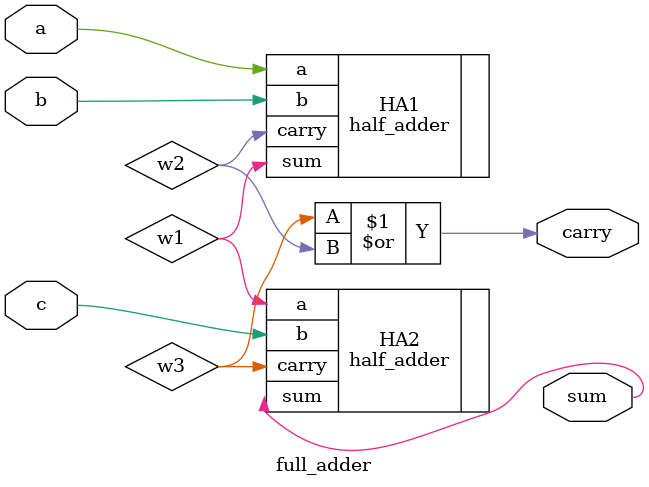
<source format=v>
module full_adder(a,b,c,sum,carry); 

     input a,b,c;
	 output sum,carry;    // declaring the input and output ports
	 wire w1,w2,w3;       // declaring the wires used to connect two half adders
	 
  half_adder HA1(.a(a),   //instantiating half_adder and writing the input and output ports
                 .b(b),
				 .sum(w1),
				 .carry(w2));
				 
 half_adder HA2(.a(w1),    //instantiating half_adder and writing the input and output ports
                .b(c),
				.sum(sum),   
				.carry(w3));
				
 or or1(carry,w3,w2);    // instantiating the or gate
 
 endmodule 
</source>
